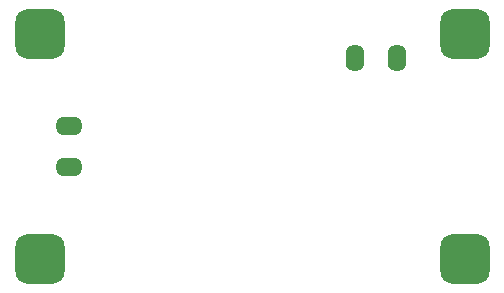
<source format=gbs>
G04*
G04 #@! TF.GenerationSoftware,Altium Limited,Altium Designer,20.0.13 (296)*
G04*
G04 Layer_Color=16711935*
%FSLAX25Y25*%
%MOIN*%
G70*
G01*
G75*
G04:AMPARAMS|DCode=22|XSize=165.48mil|YSize=165.48mil|CornerRadius=43.37mil|HoleSize=0mil|Usage=FLASHONLY|Rotation=180.000|XOffset=0mil|YOffset=0mil|HoleType=Round|Shape=RoundedRectangle|*
%AMROUNDEDRECTD22*
21,1,0.16548,0.07874,0,0,180.0*
21,1,0.07874,0.16548,0,0,180.0*
1,1,0.08674,-0.03937,0.03937*
1,1,0.08674,0.03937,0.03937*
1,1,0.08674,0.03937,-0.03937*
1,1,0.08674,-0.03937,-0.03937*
%
%ADD22ROUNDEDRECTD22*%
%ADD23O,0.06312X0.09068*%
%ADD24O,0.09068X0.06312*%
D22*
X342520Y492126D02*
D03*
X200787D02*
D03*
X342520Y417323D02*
D03*
X200787D02*
D03*
D23*
X319882Y484252D02*
D03*
X306102D02*
D03*
D24*
X210630Y461614D02*
D03*
Y447835D02*
D03*
M02*

</source>
